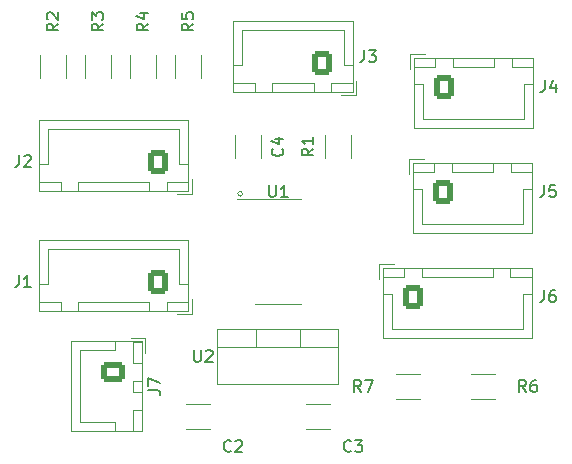
<source format=gbr>
%TF.GenerationSoftware,KiCad,Pcbnew,7.0.9*%
%TF.CreationDate,2024-02-07T18:20:54+01:00*%
%TF.ProjectId,Final_project,46696e61-6c5f-4707-926f-6a6563742e6b,1*%
%TF.SameCoordinates,Original*%
%TF.FileFunction,Legend,Top*%
%TF.FilePolarity,Positive*%
%FSLAX46Y46*%
G04 Gerber Fmt 4.6, Leading zero omitted, Abs format (unit mm)*
G04 Created by KiCad (PCBNEW 7.0.9) date 2024-02-07 18:20:54*
%MOMM*%
%LPD*%
G01*
G04 APERTURE LIST*
G04 Aperture macros list*
%AMRoundRect*
0 Rectangle with rounded corners*
0 $1 Rounding radius*
0 $2 $3 $4 $5 $6 $7 $8 $9 X,Y pos of 4 corners*
0 Add a 4 corners polygon primitive as box body*
4,1,4,$2,$3,$4,$5,$6,$7,$8,$9,$2,$3,0*
0 Add four circle primitives for the rounded corners*
1,1,$1+$1,$2,$3*
1,1,$1+$1,$4,$5*
1,1,$1+$1,$6,$7*
1,1,$1+$1,$8,$9*
0 Add four rect primitives between the rounded corners*
20,1,$1+$1,$2,$3,$4,$5,0*
20,1,$1+$1,$4,$5,$6,$7,0*
20,1,$1+$1,$6,$7,$8,$9,0*
20,1,$1+$1,$8,$9,$2,$3,0*%
G04 Aperture macros list end*
%ADD10C,0.150000*%
%ADD11C,0.120000*%
%ADD12RoundRect,0.250000X0.600000X0.725000X-0.600000X0.725000X-0.600000X-0.725000X0.600000X-0.725000X0*%
%ADD13O,1.700000X1.950000*%
%ADD14RoundRect,0.250000X-0.750000X0.600000X-0.750000X-0.600000X0.750000X-0.600000X0.750000X0.600000X0*%
%ADD15O,2.000000X1.700000*%
%ADD16R,1.400000X1.700000*%
%ADD17RoundRect,0.250000X-0.600000X-0.725000X0.600000X-0.725000X0.600000X0.725000X-0.600000X0.725000X0*%
%ADD18C,3.200000*%
%ADD19R,1.905000X2.000000*%
%ADD20O,1.905000X2.000000*%
%ADD21R,2.000000X0.600000*%
%ADD22R,1.700000X1.400000*%
G04 APERTURE END LIST*
D10*
X82216666Y-126454819D02*
X82216666Y-127169104D01*
X82216666Y-127169104D02*
X82169047Y-127311961D01*
X82169047Y-127311961D02*
X82073809Y-127407200D01*
X82073809Y-127407200D02*
X81930952Y-127454819D01*
X81930952Y-127454819D02*
X81835714Y-127454819D01*
X83216666Y-127454819D02*
X82645238Y-127454819D01*
X82930952Y-127454819D02*
X82930952Y-126454819D01*
X82930952Y-126454819D02*
X82835714Y-126597676D01*
X82835714Y-126597676D02*
X82740476Y-126692914D01*
X82740476Y-126692914D02*
X82645238Y-126740533D01*
X93174819Y-136203333D02*
X93889104Y-136203333D01*
X93889104Y-136203333D02*
X94031961Y-136250952D01*
X94031961Y-136250952D02*
X94127200Y-136346190D01*
X94127200Y-136346190D02*
X94174819Y-136489047D01*
X94174819Y-136489047D02*
X94174819Y-136584285D01*
X93174819Y-135822380D02*
X93174819Y-135155714D01*
X93174819Y-135155714D02*
X94174819Y-135584285D01*
X111426666Y-107404819D02*
X111426666Y-108119104D01*
X111426666Y-108119104D02*
X111379047Y-108261961D01*
X111379047Y-108261961D02*
X111283809Y-108357200D01*
X111283809Y-108357200D02*
X111140952Y-108404819D01*
X111140952Y-108404819D02*
X111045714Y-108404819D01*
X111807619Y-107404819D02*
X112426666Y-107404819D01*
X112426666Y-107404819D02*
X112093333Y-107785771D01*
X112093333Y-107785771D02*
X112236190Y-107785771D01*
X112236190Y-107785771D02*
X112331428Y-107833390D01*
X112331428Y-107833390D02*
X112379047Y-107881009D01*
X112379047Y-107881009D02*
X112426666Y-107976247D01*
X112426666Y-107976247D02*
X112426666Y-108214342D01*
X112426666Y-108214342D02*
X112379047Y-108309580D01*
X112379047Y-108309580D02*
X112331428Y-108357200D01*
X112331428Y-108357200D02*
X112236190Y-108404819D01*
X112236190Y-108404819D02*
X111950476Y-108404819D01*
X111950476Y-108404819D02*
X111855238Y-108357200D01*
X111855238Y-108357200D02*
X111807619Y-108309580D01*
X110323333Y-141329580D02*
X110275714Y-141377200D01*
X110275714Y-141377200D02*
X110132857Y-141424819D01*
X110132857Y-141424819D02*
X110037619Y-141424819D01*
X110037619Y-141424819D02*
X109894762Y-141377200D01*
X109894762Y-141377200D02*
X109799524Y-141281961D01*
X109799524Y-141281961D02*
X109751905Y-141186723D01*
X109751905Y-141186723D02*
X109704286Y-140996247D01*
X109704286Y-140996247D02*
X109704286Y-140853390D01*
X109704286Y-140853390D02*
X109751905Y-140662914D01*
X109751905Y-140662914D02*
X109799524Y-140567676D01*
X109799524Y-140567676D02*
X109894762Y-140472438D01*
X109894762Y-140472438D02*
X110037619Y-140424819D01*
X110037619Y-140424819D02*
X110132857Y-140424819D01*
X110132857Y-140424819D02*
X110275714Y-140472438D01*
X110275714Y-140472438D02*
X110323333Y-140520057D01*
X110656667Y-140424819D02*
X111275714Y-140424819D01*
X111275714Y-140424819D02*
X110942381Y-140805771D01*
X110942381Y-140805771D02*
X111085238Y-140805771D01*
X111085238Y-140805771D02*
X111180476Y-140853390D01*
X111180476Y-140853390D02*
X111228095Y-140901009D01*
X111228095Y-140901009D02*
X111275714Y-140996247D01*
X111275714Y-140996247D02*
X111275714Y-141234342D01*
X111275714Y-141234342D02*
X111228095Y-141329580D01*
X111228095Y-141329580D02*
X111180476Y-141377200D01*
X111180476Y-141377200D02*
X111085238Y-141424819D01*
X111085238Y-141424819D02*
X110799524Y-141424819D01*
X110799524Y-141424819D02*
X110704286Y-141377200D01*
X110704286Y-141377200D02*
X110656667Y-141329580D01*
X126666666Y-118834819D02*
X126666666Y-119549104D01*
X126666666Y-119549104D02*
X126619047Y-119691961D01*
X126619047Y-119691961D02*
X126523809Y-119787200D01*
X126523809Y-119787200D02*
X126380952Y-119834819D01*
X126380952Y-119834819D02*
X126285714Y-119834819D01*
X127619047Y-118834819D02*
X127142857Y-118834819D01*
X127142857Y-118834819D02*
X127095238Y-119311009D01*
X127095238Y-119311009D02*
X127142857Y-119263390D01*
X127142857Y-119263390D02*
X127238095Y-119215771D01*
X127238095Y-119215771D02*
X127476190Y-119215771D01*
X127476190Y-119215771D02*
X127571428Y-119263390D01*
X127571428Y-119263390D02*
X127619047Y-119311009D01*
X127619047Y-119311009D02*
X127666666Y-119406247D01*
X127666666Y-119406247D02*
X127666666Y-119644342D01*
X127666666Y-119644342D02*
X127619047Y-119739580D01*
X127619047Y-119739580D02*
X127571428Y-119787200D01*
X127571428Y-119787200D02*
X127476190Y-119834819D01*
X127476190Y-119834819D02*
X127238095Y-119834819D01*
X127238095Y-119834819D02*
X127142857Y-119787200D01*
X127142857Y-119787200D02*
X127095238Y-119739580D01*
X97028095Y-132804819D02*
X97028095Y-133614342D01*
X97028095Y-133614342D02*
X97075714Y-133709580D01*
X97075714Y-133709580D02*
X97123333Y-133757200D01*
X97123333Y-133757200D02*
X97218571Y-133804819D01*
X97218571Y-133804819D02*
X97409047Y-133804819D01*
X97409047Y-133804819D02*
X97504285Y-133757200D01*
X97504285Y-133757200D02*
X97551904Y-133709580D01*
X97551904Y-133709580D02*
X97599523Y-133614342D01*
X97599523Y-133614342D02*
X97599523Y-132804819D01*
X98028095Y-132900057D02*
X98075714Y-132852438D01*
X98075714Y-132852438D02*
X98170952Y-132804819D01*
X98170952Y-132804819D02*
X98409047Y-132804819D01*
X98409047Y-132804819D02*
X98504285Y-132852438D01*
X98504285Y-132852438D02*
X98551904Y-132900057D01*
X98551904Y-132900057D02*
X98599523Y-132995295D01*
X98599523Y-132995295D02*
X98599523Y-133090533D01*
X98599523Y-133090533D02*
X98551904Y-133233390D01*
X98551904Y-133233390D02*
X97980476Y-133804819D01*
X97980476Y-133804819D02*
X98599523Y-133804819D01*
X111163333Y-136344819D02*
X110830000Y-135868628D01*
X110591905Y-136344819D02*
X110591905Y-135344819D01*
X110591905Y-135344819D02*
X110972857Y-135344819D01*
X110972857Y-135344819D02*
X111068095Y-135392438D01*
X111068095Y-135392438D02*
X111115714Y-135440057D01*
X111115714Y-135440057D02*
X111163333Y-135535295D01*
X111163333Y-135535295D02*
X111163333Y-135678152D01*
X111163333Y-135678152D02*
X111115714Y-135773390D01*
X111115714Y-135773390D02*
X111068095Y-135821009D01*
X111068095Y-135821009D02*
X110972857Y-135868628D01*
X110972857Y-135868628D02*
X110591905Y-135868628D01*
X111496667Y-135344819D02*
X112163333Y-135344819D01*
X112163333Y-135344819D02*
X111734762Y-136344819D01*
X103378095Y-118834819D02*
X103378095Y-119644342D01*
X103378095Y-119644342D02*
X103425714Y-119739580D01*
X103425714Y-119739580D02*
X103473333Y-119787200D01*
X103473333Y-119787200D02*
X103568571Y-119834819D01*
X103568571Y-119834819D02*
X103759047Y-119834819D01*
X103759047Y-119834819D02*
X103854285Y-119787200D01*
X103854285Y-119787200D02*
X103901904Y-119739580D01*
X103901904Y-119739580D02*
X103949523Y-119644342D01*
X103949523Y-119644342D02*
X103949523Y-118834819D01*
X104949523Y-119834819D02*
X104378095Y-119834819D01*
X104663809Y-119834819D02*
X104663809Y-118834819D01*
X104663809Y-118834819D02*
X104568571Y-118977676D01*
X104568571Y-118977676D02*
X104473333Y-119072914D01*
X104473333Y-119072914D02*
X104378095Y-119120533D01*
X93164819Y-105146666D02*
X92688628Y-105479999D01*
X93164819Y-105718094D02*
X92164819Y-105718094D01*
X92164819Y-105718094D02*
X92164819Y-105337142D01*
X92164819Y-105337142D02*
X92212438Y-105241904D01*
X92212438Y-105241904D02*
X92260057Y-105194285D01*
X92260057Y-105194285D02*
X92355295Y-105146666D01*
X92355295Y-105146666D02*
X92498152Y-105146666D01*
X92498152Y-105146666D02*
X92593390Y-105194285D01*
X92593390Y-105194285D02*
X92641009Y-105241904D01*
X92641009Y-105241904D02*
X92688628Y-105337142D01*
X92688628Y-105337142D02*
X92688628Y-105718094D01*
X92498152Y-104289523D02*
X93164819Y-104289523D01*
X92117200Y-104527618D02*
X92831485Y-104765713D01*
X92831485Y-104765713D02*
X92831485Y-104146666D01*
X89354819Y-105146666D02*
X88878628Y-105479999D01*
X89354819Y-105718094D02*
X88354819Y-105718094D01*
X88354819Y-105718094D02*
X88354819Y-105337142D01*
X88354819Y-105337142D02*
X88402438Y-105241904D01*
X88402438Y-105241904D02*
X88450057Y-105194285D01*
X88450057Y-105194285D02*
X88545295Y-105146666D01*
X88545295Y-105146666D02*
X88688152Y-105146666D01*
X88688152Y-105146666D02*
X88783390Y-105194285D01*
X88783390Y-105194285D02*
X88831009Y-105241904D01*
X88831009Y-105241904D02*
X88878628Y-105337142D01*
X88878628Y-105337142D02*
X88878628Y-105718094D01*
X88354819Y-104813332D02*
X88354819Y-104194285D01*
X88354819Y-104194285D02*
X88735771Y-104527618D01*
X88735771Y-104527618D02*
X88735771Y-104384761D01*
X88735771Y-104384761D02*
X88783390Y-104289523D01*
X88783390Y-104289523D02*
X88831009Y-104241904D01*
X88831009Y-104241904D02*
X88926247Y-104194285D01*
X88926247Y-104194285D02*
X89164342Y-104194285D01*
X89164342Y-104194285D02*
X89259580Y-104241904D01*
X89259580Y-104241904D02*
X89307200Y-104289523D01*
X89307200Y-104289523D02*
X89354819Y-104384761D01*
X89354819Y-104384761D02*
X89354819Y-104670475D01*
X89354819Y-104670475D02*
X89307200Y-104765713D01*
X89307200Y-104765713D02*
X89259580Y-104813332D01*
X126746666Y-109944819D02*
X126746666Y-110659104D01*
X126746666Y-110659104D02*
X126699047Y-110801961D01*
X126699047Y-110801961D02*
X126603809Y-110897200D01*
X126603809Y-110897200D02*
X126460952Y-110944819D01*
X126460952Y-110944819D02*
X126365714Y-110944819D01*
X127651428Y-110278152D02*
X127651428Y-110944819D01*
X127413333Y-109897200D02*
X127175238Y-110611485D01*
X127175238Y-110611485D02*
X127794285Y-110611485D01*
X82216666Y-116294819D02*
X82216666Y-117009104D01*
X82216666Y-117009104D02*
X82169047Y-117151961D01*
X82169047Y-117151961D02*
X82073809Y-117247200D01*
X82073809Y-117247200D02*
X81930952Y-117294819D01*
X81930952Y-117294819D02*
X81835714Y-117294819D01*
X82645238Y-116390057D02*
X82692857Y-116342438D01*
X82692857Y-116342438D02*
X82788095Y-116294819D01*
X82788095Y-116294819D02*
X83026190Y-116294819D01*
X83026190Y-116294819D02*
X83121428Y-116342438D01*
X83121428Y-116342438D02*
X83169047Y-116390057D01*
X83169047Y-116390057D02*
X83216666Y-116485295D01*
X83216666Y-116485295D02*
X83216666Y-116580533D01*
X83216666Y-116580533D02*
X83169047Y-116723390D01*
X83169047Y-116723390D02*
X82597619Y-117294819D01*
X82597619Y-117294819D02*
X83216666Y-117294819D01*
X96974819Y-105146666D02*
X96498628Y-105479999D01*
X96974819Y-105718094D02*
X95974819Y-105718094D01*
X95974819Y-105718094D02*
X95974819Y-105337142D01*
X95974819Y-105337142D02*
X96022438Y-105241904D01*
X96022438Y-105241904D02*
X96070057Y-105194285D01*
X96070057Y-105194285D02*
X96165295Y-105146666D01*
X96165295Y-105146666D02*
X96308152Y-105146666D01*
X96308152Y-105146666D02*
X96403390Y-105194285D01*
X96403390Y-105194285D02*
X96451009Y-105241904D01*
X96451009Y-105241904D02*
X96498628Y-105337142D01*
X96498628Y-105337142D02*
X96498628Y-105718094D01*
X95974819Y-104241904D02*
X95974819Y-104718094D01*
X95974819Y-104718094D02*
X96451009Y-104765713D01*
X96451009Y-104765713D02*
X96403390Y-104718094D01*
X96403390Y-104718094D02*
X96355771Y-104622856D01*
X96355771Y-104622856D02*
X96355771Y-104384761D01*
X96355771Y-104384761D02*
X96403390Y-104289523D01*
X96403390Y-104289523D02*
X96451009Y-104241904D01*
X96451009Y-104241904D02*
X96546247Y-104194285D01*
X96546247Y-104194285D02*
X96784342Y-104194285D01*
X96784342Y-104194285D02*
X96879580Y-104241904D01*
X96879580Y-104241904D02*
X96927200Y-104289523D01*
X96927200Y-104289523D02*
X96974819Y-104384761D01*
X96974819Y-104384761D02*
X96974819Y-104622856D01*
X96974819Y-104622856D02*
X96927200Y-104718094D01*
X96927200Y-104718094D02*
X96879580Y-104765713D01*
X85544819Y-105146666D02*
X85068628Y-105479999D01*
X85544819Y-105718094D02*
X84544819Y-105718094D01*
X84544819Y-105718094D02*
X84544819Y-105337142D01*
X84544819Y-105337142D02*
X84592438Y-105241904D01*
X84592438Y-105241904D02*
X84640057Y-105194285D01*
X84640057Y-105194285D02*
X84735295Y-105146666D01*
X84735295Y-105146666D02*
X84878152Y-105146666D01*
X84878152Y-105146666D02*
X84973390Y-105194285D01*
X84973390Y-105194285D02*
X85021009Y-105241904D01*
X85021009Y-105241904D02*
X85068628Y-105337142D01*
X85068628Y-105337142D02*
X85068628Y-105718094D01*
X84640057Y-104765713D02*
X84592438Y-104718094D01*
X84592438Y-104718094D02*
X84544819Y-104622856D01*
X84544819Y-104622856D02*
X84544819Y-104384761D01*
X84544819Y-104384761D02*
X84592438Y-104289523D01*
X84592438Y-104289523D02*
X84640057Y-104241904D01*
X84640057Y-104241904D02*
X84735295Y-104194285D01*
X84735295Y-104194285D02*
X84830533Y-104194285D01*
X84830533Y-104194285D02*
X84973390Y-104241904D01*
X84973390Y-104241904D02*
X85544819Y-104813332D01*
X85544819Y-104813332D02*
X85544819Y-104194285D01*
X125133333Y-136344819D02*
X124800000Y-135868628D01*
X124561905Y-136344819D02*
X124561905Y-135344819D01*
X124561905Y-135344819D02*
X124942857Y-135344819D01*
X124942857Y-135344819D02*
X125038095Y-135392438D01*
X125038095Y-135392438D02*
X125085714Y-135440057D01*
X125085714Y-135440057D02*
X125133333Y-135535295D01*
X125133333Y-135535295D02*
X125133333Y-135678152D01*
X125133333Y-135678152D02*
X125085714Y-135773390D01*
X125085714Y-135773390D02*
X125038095Y-135821009D01*
X125038095Y-135821009D02*
X124942857Y-135868628D01*
X124942857Y-135868628D02*
X124561905Y-135868628D01*
X125990476Y-135344819D02*
X125800000Y-135344819D01*
X125800000Y-135344819D02*
X125704762Y-135392438D01*
X125704762Y-135392438D02*
X125657143Y-135440057D01*
X125657143Y-135440057D02*
X125561905Y-135582914D01*
X125561905Y-135582914D02*
X125514286Y-135773390D01*
X125514286Y-135773390D02*
X125514286Y-136154342D01*
X125514286Y-136154342D02*
X125561905Y-136249580D01*
X125561905Y-136249580D02*
X125609524Y-136297200D01*
X125609524Y-136297200D02*
X125704762Y-136344819D01*
X125704762Y-136344819D02*
X125895238Y-136344819D01*
X125895238Y-136344819D02*
X125990476Y-136297200D01*
X125990476Y-136297200D02*
X126038095Y-136249580D01*
X126038095Y-136249580D02*
X126085714Y-136154342D01*
X126085714Y-136154342D02*
X126085714Y-135916247D01*
X126085714Y-135916247D02*
X126038095Y-135821009D01*
X126038095Y-135821009D02*
X125990476Y-135773390D01*
X125990476Y-135773390D02*
X125895238Y-135725771D01*
X125895238Y-135725771D02*
X125704762Y-135725771D01*
X125704762Y-135725771D02*
X125609524Y-135773390D01*
X125609524Y-135773390D02*
X125561905Y-135821009D01*
X125561905Y-135821009D02*
X125514286Y-135916247D01*
X104499580Y-115736666D02*
X104547200Y-115784285D01*
X104547200Y-115784285D02*
X104594819Y-115927142D01*
X104594819Y-115927142D02*
X104594819Y-116022380D01*
X104594819Y-116022380D02*
X104547200Y-116165237D01*
X104547200Y-116165237D02*
X104451961Y-116260475D01*
X104451961Y-116260475D02*
X104356723Y-116308094D01*
X104356723Y-116308094D02*
X104166247Y-116355713D01*
X104166247Y-116355713D02*
X104023390Y-116355713D01*
X104023390Y-116355713D02*
X103832914Y-116308094D01*
X103832914Y-116308094D02*
X103737676Y-116260475D01*
X103737676Y-116260475D02*
X103642438Y-116165237D01*
X103642438Y-116165237D02*
X103594819Y-116022380D01*
X103594819Y-116022380D02*
X103594819Y-115927142D01*
X103594819Y-115927142D02*
X103642438Y-115784285D01*
X103642438Y-115784285D02*
X103690057Y-115736666D01*
X103928152Y-114879523D02*
X104594819Y-114879523D01*
X103547200Y-115117618D02*
X104261485Y-115355713D01*
X104261485Y-115355713D02*
X104261485Y-114736666D01*
X100163333Y-141329580D02*
X100115714Y-141377200D01*
X100115714Y-141377200D02*
X99972857Y-141424819D01*
X99972857Y-141424819D02*
X99877619Y-141424819D01*
X99877619Y-141424819D02*
X99734762Y-141377200D01*
X99734762Y-141377200D02*
X99639524Y-141281961D01*
X99639524Y-141281961D02*
X99591905Y-141186723D01*
X99591905Y-141186723D02*
X99544286Y-140996247D01*
X99544286Y-140996247D02*
X99544286Y-140853390D01*
X99544286Y-140853390D02*
X99591905Y-140662914D01*
X99591905Y-140662914D02*
X99639524Y-140567676D01*
X99639524Y-140567676D02*
X99734762Y-140472438D01*
X99734762Y-140472438D02*
X99877619Y-140424819D01*
X99877619Y-140424819D02*
X99972857Y-140424819D01*
X99972857Y-140424819D02*
X100115714Y-140472438D01*
X100115714Y-140472438D02*
X100163333Y-140520057D01*
X100544286Y-140520057D02*
X100591905Y-140472438D01*
X100591905Y-140472438D02*
X100687143Y-140424819D01*
X100687143Y-140424819D02*
X100925238Y-140424819D01*
X100925238Y-140424819D02*
X101020476Y-140472438D01*
X101020476Y-140472438D02*
X101068095Y-140520057D01*
X101068095Y-140520057D02*
X101115714Y-140615295D01*
X101115714Y-140615295D02*
X101115714Y-140710533D01*
X101115714Y-140710533D02*
X101068095Y-140853390D01*
X101068095Y-140853390D02*
X100496667Y-141424819D01*
X100496667Y-141424819D02*
X101115714Y-141424819D01*
X107134819Y-115736666D02*
X106658628Y-116069999D01*
X107134819Y-116308094D02*
X106134819Y-116308094D01*
X106134819Y-116308094D02*
X106134819Y-115927142D01*
X106134819Y-115927142D02*
X106182438Y-115831904D01*
X106182438Y-115831904D02*
X106230057Y-115784285D01*
X106230057Y-115784285D02*
X106325295Y-115736666D01*
X106325295Y-115736666D02*
X106468152Y-115736666D01*
X106468152Y-115736666D02*
X106563390Y-115784285D01*
X106563390Y-115784285D02*
X106611009Y-115831904D01*
X106611009Y-115831904D02*
X106658628Y-115927142D01*
X106658628Y-115927142D02*
X106658628Y-116308094D01*
X107134819Y-114784285D02*
X107134819Y-115355713D01*
X107134819Y-115069999D02*
X106134819Y-115069999D01*
X106134819Y-115069999D02*
X106277676Y-115165237D01*
X106277676Y-115165237D02*
X106372914Y-115260475D01*
X106372914Y-115260475D02*
X106420533Y-115355713D01*
X126666666Y-127724819D02*
X126666666Y-128439104D01*
X126666666Y-128439104D02*
X126619047Y-128581961D01*
X126619047Y-128581961D02*
X126523809Y-128677200D01*
X126523809Y-128677200D02*
X126380952Y-128724819D01*
X126380952Y-128724819D02*
X126285714Y-128724819D01*
X127571428Y-127724819D02*
X127380952Y-127724819D01*
X127380952Y-127724819D02*
X127285714Y-127772438D01*
X127285714Y-127772438D02*
X127238095Y-127820057D01*
X127238095Y-127820057D02*
X127142857Y-127962914D01*
X127142857Y-127962914D02*
X127095238Y-128153390D01*
X127095238Y-128153390D02*
X127095238Y-128534342D01*
X127095238Y-128534342D02*
X127142857Y-128629580D01*
X127142857Y-128629580D02*
X127190476Y-128677200D01*
X127190476Y-128677200D02*
X127285714Y-128724819D01*
X127285714Y-128724819D02*
X127476190Y-128724819D01*
X127476190Y-128724819D02*
X127571428Y-128677200D01*
X127571428Y-128677200D02*
X127619047Y-128629580D01*
X127619047Y-128629580D02*
X127666666Y-128534342D01*
X127666666Y-128534342D02*
X127666666Y-128296247D01*
X127666666Y-128296247D02*
X127619047Y-128201009D01*
X127619047Y-128201009D02*
X127571428Y-128153390D01*
X127571428Y-128153390D02*
X127476190Y-128105771D01*
X127476190Y-128105771D02*
X127285714Y-128105771D01*
X127285714Y-128105771D02*
X127190476Y-128153390D01*
X127190476Y-128153390D02*
X127142857Y-128201009D01*
X127142857Y-128201009D02*
X127095238Y-128296247D01*
D11*
%TO.C,J1*%
X96830000Y-129750000D02*
X96830000Y-128500000D01*
X96540000Y-129460000D02*
X96540000Y-123490000D01*
X96540000Y-123490000D02*
X83920000Y-123490000D01*
X96530000Y-129450000D02*
X96530000Y-128700000D01*
X96530000Y-128700000D02*
X94730000Y-128700000D01*
X96530000Y-127200000D02*
X95780000Y-127200000D01*
X95780000Y-127200000D02*
X95780000Y-124250000D01*
X95780000Y-124250000D02*
X90230000Y-124250000D01*
X95580000Y-129750000D02*
X96830000Y-129750000D01*
X94730000Y-129450000D02*
X96530000Y-129450000D01*
X94730000Y-128700000D02*
X94730000Y-129450000D01*
X93230000Y-129450000D02*
X93230000Y-128700000D01*
X93230000Y-128700000D02*
X87230000Y-128700000D01*
X87230000Y-129450000D02*
X93230000Y-129450000D01*
X87230000Y-128700000D02*
X87230000Y-129450000D01*
X85730000Y-129450000D02*
X85730000Y-128700000D01*
X85730000Y-128700000D02*
X83930000Y-128700000D01*
X84680000Y-127200000D02*
X84680000Y-124250000D01*
X84680000Y-124250000D02*
X90230000Y-124250000D01*
X83930000Y-129450000D02*
X85730000Y-129450000D01*
X83930000Y-128700000D02*
X83930000Y-129450000D01*
X83930000Y-127200000D02*
X84680000Y-127200000D01*
X83920000Y-129460000D02*
X96540000Y-129460000D01*
X83920000Y-123490000D02*
X83920000Y-129460000D01*
%TO.C,J7*%
X92920000Y-131770000D02*
X91670000Y-131770000D01*
X92630000Y-132060000D02*
X86660000Y-132060000D01*
X86660000Y-132060000D02*
X86660000Y-139680000D01*
X92620000Y-132070000D02*
X91870000Y-132070000D01*
X91870000Y-132070000D02*
X91870000Y-133870000D01*
X90370000Y-132070000D02*
X90370000Y-132820000D01*
X90370000Y-132820000D02*
X87420000Y-132820000D01*
X87420000Y-132820000D02*
X87420000Y-135870000D01*
X92920000Y-133020000D02*
X92920000Y-131770000D01*
X92620000Y-133870000D02*
X92620000Y-132070000D01*
X91870000Y-133870000D02*
X92620000Y-133870000D01*
X92620000Y-135370000D02*
X91870000Y-135370000D01*
X91870000Y-135370000D02*
X91870000Y-136370000D01*
X92620000Y-136370000D02*
X92620000Y-135370000D01*
X91870000Y-136370000D02*
X92620000Y-136370000D01*
X92620000Y-137870000D02*
X91870000Y-137870000D01*
X91870000Y-137870000D02*
X91870000Y-139670000D01*
X90370000Y-138920000D02*
X87420000Y-138920000D01*
X87420000Y-138920000D02*
X87420000Y-135870000D01*
X92620000Y-139670000D02*
X92620000Y-137870000D01*
X91870000Y-139670000D02*
X92620000Y-139670000D01*
X90370000Y-139670000D02*
X90370000Y-138920000D01*
X92630000Y-139680000D02*
X92630000Y-132060000D01*
X86660000Y-139680000D02*
X92630000Y-139680000D01*
%TO.C,J3*%
X110760000Y-111225000D02*
X110760000Y-109975000D01*
X110470000Y-110935000D02*
X110470000Y-104965000D01*
X110470000Y-104965000D02*
X100350000Y-104965000D01*
X110460000Y-110925000D02*
X110460000Y-110175000D01*
X110460000Y-110175000D02*
X108660000Y-110175000D01*
X110460000Y-108675000D02*
X109710000Y-108675000D01*
X109710000Y-108675000D02*
X109710000Y-105725000D01*
X109710000Y-105725000D02*
X105410000Y-105725000D01*
X109510000Y-111225000D02*
X110760000Y-111225000D01*
X108660000Y-110925000D02*
X110460000Y-110925000D01*
X108660000Y-110175000D02*
X108660000Y-110925000D01*
X107160000Y-110925000D02*
X107160000Y-110175000D01*
X107160000Y-110175000D02*
X103660000Y-110175000D01*
X103660000Y-110925000D02*
X107160000Y-110925000D01*
X103660000Y-110175000D02*
X103660000Y-110925000D01*
X102160000Y-110925000D02*
X102160000Y-110175000D01*
X102160000Y-110175000D02*
X100360000Y-110175000D01*
X101110000Y-108675000D02*
X101110000Y-105725000D01*
X101110000Y-105725000D02*
X105410000Y-105725000D01*
X100360000Y-110925000D02*
X102160000Y-110925000D01*
X100360000Y-110175000D02*
X100360000Y-110925000D01*
X100360000Y-108675000D02*
X101110000Y-108675000D01*
X100350000Y-110935000D02*
X110470000Y-110935000D01*
X100350000Y-104965000D02*
X100350000Y-110935000D01*
%TO.C,C3*%
X108520000Y-139500000D02*
X106520000Y-139500000D01*
X106520000Y-137360000D02*
X108520000Y-137360000D01*
%TO.C,J5*%
X115260000Y-116630000D02*
X115260000Y-117880000D01*
X115550000Y-116920000D02*
X115550000Y-122890000D01*
X115550000Y-122890000D02*
X125670000Y-122890000D01*
X115560000Y-116930000D02*
X115560000Y-117680000D01*
X115560000Y-117680000D02*
X117360000Y-117680000D01*
X115560000Y-119180000D02*
X116310000Y-119180000D01*
X116310000Y-119180000D02*
X116310000Y-122130000D01*
X116310000Y-122130000D02*
X120610000Y-122130000D01*
X116510000Y-116630000D02*
X115260000Y-116630000D01*
X117360000Y-116930000D02*
X115560000Y-116930000D01*
X117360000Y-117680000D02*
X117360000Y-116930000D01*
X118860000Y-116930000D02*
X118860000Y-117680000D01*
X118860000Y-117680000D02*
X122360000Y-117680000D01*
X122360000Y-116930000D02*
X118860000Y-116930000D01*
X122360000Y-117680000D02*
X122360000Y-116930000D01*
X123860000Y-116930000D02*
X123860000Y-117680000D01*
X123860000Y-117680000D02*
X125660000Y-117680000D01*
X124910000Y-119180000D02*
X124910000Y-122130000D01*
X124910000Y-122130000D02*
X120610000Y-122130000D01*
X125660000Y-116930000D02*
X123860000Y-116930000D01*
X125660000Y-117680000D02*
X125660000Y-116930000D01*
X125660000Y-119180000D02*
X124910000Y-119180000D01*
X125670000Y-116920000D02*
X115550000Y-116920000D01*
X125670000Y-122890000D02*
X125670000Y-116920000D01*
%TO.C,U2*%
X99020000Y-131025000D02*
X99020000Y-135666000D01*
X99020000Y-131025000D02*
X109260000Y-131025000D01*
X99020000Y-132535000D02*
X109260000Y-132535000D01*
X99020000Y-135666000D02*
X109260000Y-135666000D01*
X102290000Y-131025000D02*
X102290000Y-132535000D01*
X105991000Y-131025000D02*
X105991000Y-132535000D01*
X109260000Y-131025000D02*
X109260000Y-135666000D01*
%TO.C,R7*%
X114140000Y-134820000D02*
X116140000Y-134820000D01*
X116140000Y-136960000D02*
X114140000Y-136960000D01*
%TO.C,U1*%
X104140000Y-120025000D02*
X100690000Y-120025000D01*
X104140000Y-120025000D02*
X106090000Y-120025000D01*
X104140000Y-128895000D02*
X102190000Y-128895000D01*
X104140000Y-128895000D02*
X106090000Y-128895000D01*
X101140000Y-119560000D02*
G75*
G03*
X101140000Y-119560000I-200000J0D01*
G01*
%TO.C,R4*%
X93780000Y-107790000D02*
X93780000Y-109790000D01*
X91640000Y-109790000D02*
X91640000Y-107790000D01*
%TO.C,R3*%
X89970000Y-107790000D02*
X89970000Y-109790000D01*
X87830000Y-109790000D02*
X87830000Y-107790000D01*
%TO.C,J4*%
X115340000Y-107740000D02*
X115340000Y-108990000D01*
X115630000Y-108030000D02*
X115630000Y-114000000D01*
X115630000Y-114000000D02*
X125750000Y-114000000D01*
X115640000Y-108040000D02*
X115640000Y-108790000D01*
X115640000Y-108790000D02*
X117440000Y-108790000D01*
X115640000Y-110290000D02*
X116390000Y-110290000D01*
X116390000Y-110290000D02*
X116390000Y-113240000D01*
X116390000Y-113240000D02*
X120690000Y-113240000D01*
X116590000Y-107740000D02*
X115340000Y-107740000D01*
X117440000Y-108040000D02*
X115640000Y-108040000D01*
X117440000Y-108790000D02*
X117440000Y-108040000D01*
X118940000Y-108040000D02*
X118940000Y-108790000D01*
X118940000Y-108790000D02*
X122440000Y-108790000D01*
X122440000Y-108040000D02*
X118940000Y-108040000D01*
X122440000Y-108790000D02*
X122440000Y-108040000D01*
X123940000Y-108040000D02*
X123940000Y-108790000D01*
X123940000Y-108790000D02*
X125740000Y-108790000D01*
X124990000Y-110290000D02*
X124990000Y-113240000D01*
X124990000Y-113240000D02*
X120690000Y-113240000D01*
X125740000Y-108040000D02*
X123940000Y-108040000D01*
X125740000Y-108790000D02*
X125740000Y-108040000D01*
X125740000Y-110290000D02*
X124990000Y-110290000D01*
X125750000Y-108030000D02*
X115630000Y-108030000D01*
X125750000Y-114000000D02*
X125750000Y-108030000D01*
%TO.C,J2*%
X96830000Y-119590000D02*
X96830000Y-118340000D01*
X96540000Y-119300000D02*
X96540000Y-113330000D01*
X96540000Y-113330000D02*
X83920000Y-113330000D01*
X96530000Y-119290000D02*
X96530000Y-118540000D01*
X96530000Y-118540000D02*
X94730000Y-118540000D01*
X96530000Y-117040000D02*
X95780000Y-117040000D01*
X95780000Y-117040000D02*
X95780000Y-114090000D01*
X95780000Y-114090000D02*
X90230000Y-114090000D01*
X95580000Y-119590000D02*
X96830000Y-119590000D01*
X94730000Y-119290000D02*
X96530000Y-119290000D01*
X94730000Y-118540000D02*
X94730000Y-119290000D01*
X93230000Y-119290000D02*
X93230000Y-118540000D01*
X93230000Y-118540000D02*
X87230000Y-118540000D01*
X87230000Y-119290000D02*
X93230000Y-119290000D01*
X87230000Y-118540000D02*
X87230000Y-119290000D01*
X85730000Y-119290000D02*
X85730000Y-118540000D01*
X85730000Y-118540000D02*
X83930000Y-118540000D01*
X84680000Y-117040000D02*
X84680000Y-114090000D01*
X84680000Y-114090000D02*
X90230000Y-114090000D01*
X83930000Y-119290000D02*
X85730000Y-119290000D01*
X83930000Y-118540000D02*
X83930000Y-119290000D01*
X83930000Y-117040000D02*
X84680000Y-117040000D01*
X83920000Y-119300000D02*
X96540000Y-119300000D01*
X83920000Y-113330000D02*
X83920000Y-119300000D01*
%TO.C,R5*%
X97590000Y-107790000D02*
X97590000Y-109790000D01*
X95450000Y-109790000D02*
X95450000Y-107790000D01*
%TO.C,R2*%
X86160000Y-107790000D02*
X86160000Y-109790000D01*
X84020000Y-109790000D02*
X84020000Y-107790000D01*
%TO.C,R6*%
X122490000Y-136960000D02*
X120490000Y-136960000D01*
X120490000Y-134820000D02*
X122490000Y-134820000D01*
%TO.C,C4*%
X102670000Y-114570000D02*
X102670000Y-116570000D01*
X100530000Y-116570000D02*
X100530000Y-114570000D01*
%TO.C,C2*%
X96360000Y-137360000D02*
X98360000Y-137360000D01*
X98360000Y-139500000D02*
X96360000Y-139500000D01*
%TO.C,R1*%
X108150000Y-116570000D02*
X108150000Y-114570000D01*
X110290000Y-114570000D02*
X110290000Y-116570000D01*
%TO.C,J6*%
X112720000Y-125520000D02*
X112720000Y-126770000D01*
X113010000Y-125810000D02*
X113010000Y-131780000D01*
X113010000Y-131780000D02*
X125630000Y-131780000D01*
X113020000Y-125820000D02*
X113020000Y-126570000D01*
X113020000Y-126570000D02*
X114820000Y-126570000D01*
X113020000Y-128070000D02*
X113770000Y-128070000D01*
X113770000Y-128070000D02*
X113770000Y-131020000D01*
X113770000Y-131020000D02*
X119320000Y-131020000D01*
X113970000Y-125520000D02*
X112720000Y-125520000D01*
X114820000Y-125820000D02*
X113020000Y-125820000D01*
X114820000Y-126570000D02*
X114820000Y-125820000D01*
X116320000Y-125820000D02*
X116320000Y-126570000D01*
X116320000Y-126570000D02*
X122320000Y-126570000D01*
X122320000Y-125820000D02*
X116320000Y-125820000D01*
X122320000Y-126570000D02*
X122320000Y-125820000D01*
X123820000Y-125820000D02*
X123820000Y-126570000D01*
X123820000Y-126570000D02*
X125620000Y-126570000D01*
X124870000Y-128070000D02*
X124870000Y-131020000D01*
X124870000Y-131020000D02*
X119320000Y-131020000D01*
X125620000Y-125820000D02*
X123820000Y-125820000D01*
X125620000Y-126570000D02*
X125620000Y-125820000D01*
X125620000Y-128070000D02*
X124870000Y-128070000D01*
X125630000Y-125810000D02*
X113010000Y-125810000D01*
X125630000Y-131780000D02*
X125630000Y-125810000D01*
%TD*%
%LPC*%
D12*
%TO.C,J1*%
X93980000Y-127000000D03*
D13*
X91480000Y-127000000D03*
X88980000Y-127000000D03*
X86480000Y-127000000D03*
%TD*%
D14*
%TO.C,J7*%
X90170000Y-134620000D03*
D15*
X90170000Y-137120000D03*
%TD*%
D12*
%TO.C,J3*%
X107910000Y-108475000D03*
D13*
X105410000Y-108475000D03*
X102910000Y-108475000D03*
%TD*%
D16*
%TO.C,C3*%
X109220000Y-138430000D03*
X105820000Y-138430000D03*
%TD*%
D17*
%TO.C,J5*%
X118110000Y-119380000D03*
D13*
X120610000Y-119380000D03*
X123110000Y-119380000D03*
%TD*%
D18*
%TO.C,*%
X82550000Y-139700000D03*
%TD*%
D19*
%TO.C,U2*%
X101600000Y-134295000D03*
D20*
X104140000Y-134295000D03*
X106680000Y-134295000D03*
%TD*%
D16*
%TO.C,R7*%
X113440000Y-135890000D03*
X116840000Y-135890000D03*
%TD*%
D18*
%TO.C,REF\u002A\u002A*%
X125730000Y-104140000D03*
%TD*%
D21*
%TO.C,U1*%
X101665000Y-120650000D03*
X101665000Y-121920000D03*
X101665000Y-123190000D03*
X101665000Y-124460000D03*
X101665000Y-125730000D03*
X101665000Y-127000000D03*
X101665000Y-128270000D03*
X106615000Y-128270000D03*
X106615000Y-127000000D03*
X106615000Y-125730000D03*
X106615000Y-124460000D03*
X106615000Y-123190000D03*
X106615000Y-121920000D03*
X106615000Y-120650000D03*
%TD*%
D22*
%TO.C,R4*%
X92710000Y-107090000D03*
X92710000Y-110490000D03*
%TD*%
%TO.C,R3*%
X88900000Y-107090000D03*
X88900000Y-110490000D03*
%TD*%
D17*
%TO.C,J4*%
X118190000Y-110490000D03*
D13*
X120690000Y-110490000D03*
X123190000Y-110490000D03*
%TD*%
D12*
%TO.C,J2*%
X93980000Y-116840000D03*
D13*
X91480000Y-116840000D03*
X88980000Y-116840000D03*
X86480000Y-116840000D03*
%TD*%
D22*
%TO.C,R5*%
X96520000Y-107090000D03*
X96520000Y-110490000D03*
%TD*%
%TO.C,R2*%
X85090000Y-107090000D03*
X85090000Y-110490000D03*
%TD*%
D16*
%TO.C,R6*%
X123190000Y-135890000D03*
X119790000Y-135890000D03*
%TD*%
D22*
%TO.C,C4*%
X101600000Y-113870000D03*
X101600000Y-117270000D03*
%TD*%
D16*
%TO.C,C2*%
X95660000Y-138430000D03*
X99060000Y-138430000D03*
%TD*%
D22*
%TO.C,R1*%
X109220000Y-117270000D03*
X109220000Y-113870000D03*
%TD*%
D17*
%TO.C,J6*%
X115570000Y-128270000D03*
D13*
X118070000Y-128270000D03*
X120570000Y-128270000D03*
X123070000Y-128270000D03*
%TD*%
%LPD*%
M02*

</source>
